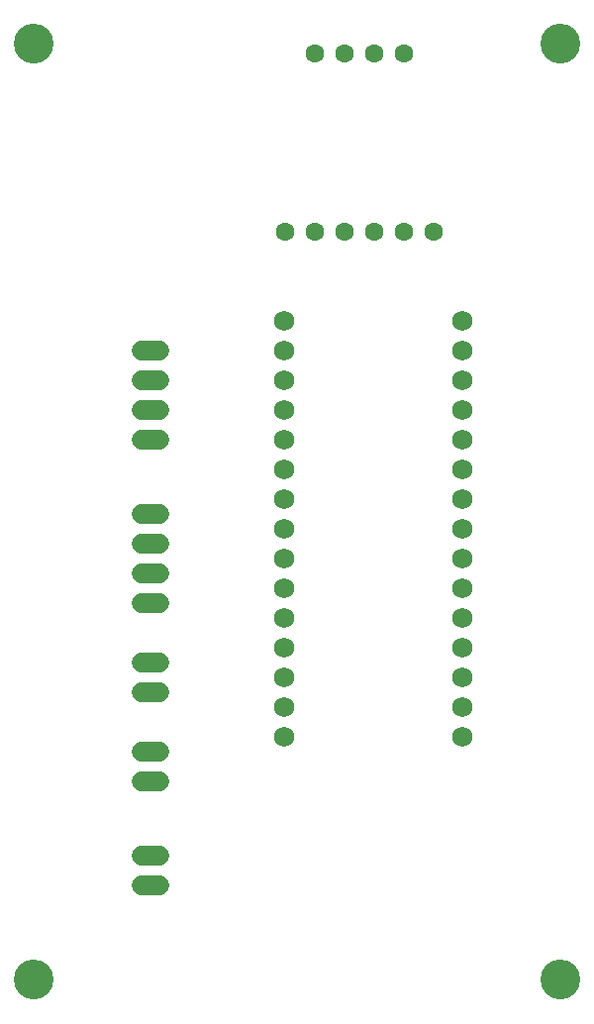
<source format=gbr>
G04 EAGLE Gerber RS-274X export*
G75*
%MOMM*%
%FSLAX34Y34*%
%LPD*%
%INSoldermask Top*%
%IPPOS*%
%AMOC8*
5,1,8,0,0,1.08239X$1,22.5*%
G01*
%ADD10C,3.403200*%
%ADD11C,1.727200*%
%ADD12C,1.727200*%
%ADD13C,1.600200*%


D10*
X50000Y-850000D03*
X500000Y-850000D03*
X500000Y-50000D03*
X50000Y-50000D03*
D11*
X264160Y-464820D03*
X264160Y-439420D03*
X264160Y-414020D03*
X264160Y-388620D03*
X264160Y-363220D03*
X264160Y-337820D03*
X264160Y-490220D03*
X264160Y-515620D03*
X264160Y-541020D03*
X264160Y-566420D03*
X264160Y-591820D03*
X264160Y-617220D03*
X264160Y-642620D03*
X264160Y-312420D03*
X264160Y-287020D03*
X416560Y-464820D03*
X416560Y-490220D03*
X416560Y-515620D03*
X416560Y-541020D03*
X416560Y-566420D03*
X416560Y-591820D03*
X416560Y-439420D03*
X416560Y-414020D03*
X416560Y-388620D03*
X416560Y-363220D03*
X416560Y-337820D03*
X416560Y-312420D03*
X416560Y-287020D03*
X416560Y-617220D03*
X416560Y-642620D03*
D12*
X157480Y-604520D02*
X142240Y-604520D01*
X142240Y-579120D02*
X157480Y-579120D01*
X157480Y-680720D02*
X142240Y-680720D01*
X142240Y-655320D02*
X157480Y-655320D01*
X157480Y-769620D02*
X142240Y-769620D01*
X142240Y-744220D02*
X157480Y-744220D01*
X157480Y-388620D02*
X142240Y-388620D01*
X142240Y-363220D02*
X157480Y-363220D01*
X157480Y-337820D02*
X142240Y-337820D01*
X142240Y-312420D02*
X157480Y-312420D01*
X157480Y-528320D02*
X142240Y-528320D01*
X142240Y-502920D02*
X157480Y-502920D01*
X157480Y-477520D02*
X142240Y-477520D01*
X142240Y-452120D02*
X157480Y-452120D01*
D13*
X264795Y-210820D03*
X290195Y-210820D03*
X315595Y-210820D03*
X340995Y-210820D03*
X366395Y-210820D03*
X391795Y-210820D03*
X290195Y-58420D03*
X315595Y-58420D03*
X340995Y-58420D03*
X366395Y-58420D03*
M02*

</source>
